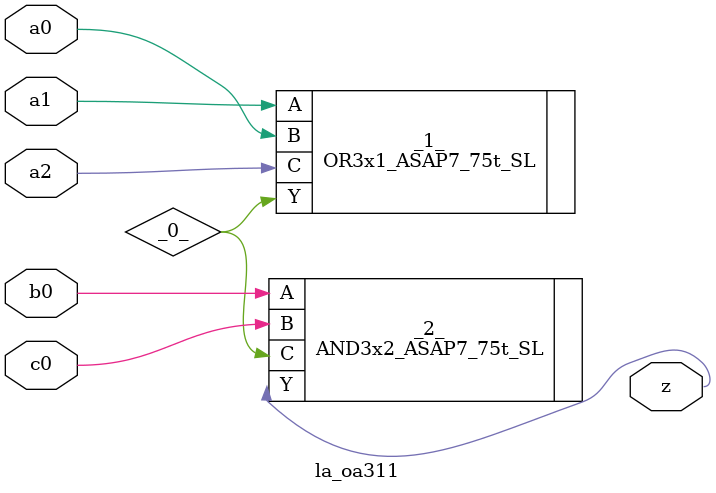
<source format=v>

/* Generated by Yosys 0.44 (git sha1 80ba43d26, g++ 11.4.0-1ubuntu1~22.04 -fPIC -O3) */

(* top =  1  *)
(* src = "generated" *)
(* keep_hierarchy *)
module la_oa311 (
    a0,
    a1,
    a2,
    b0,
    c0,
    z
);
  wire _0_;
  (* src = "generated" *)
  input a0;
  wire a0;
  (* src = "generated" *)
  input a1;
  wire a1;
  (* src = "generated" *)
  input a2;
  wire a2;
  (* src = "generated" *)
  input b0;
  wire b0;
  (* src = "generated" *)
  input c0;
  wire c0;
  (* src = "generated" *)
  output z;
  wire z;
  OR3x1_ASAP7_75t_SL _1_ (
      .A(a1),
      .B(a0),
      .C(a2),
      .Y(_0_)
  );
  AND3x2_ASAP7_75t_SL _2_ (
      .A(b0),
      .B(c0),
      .C(_0_),
      .Y(z)
  );
endmodule

</source>
